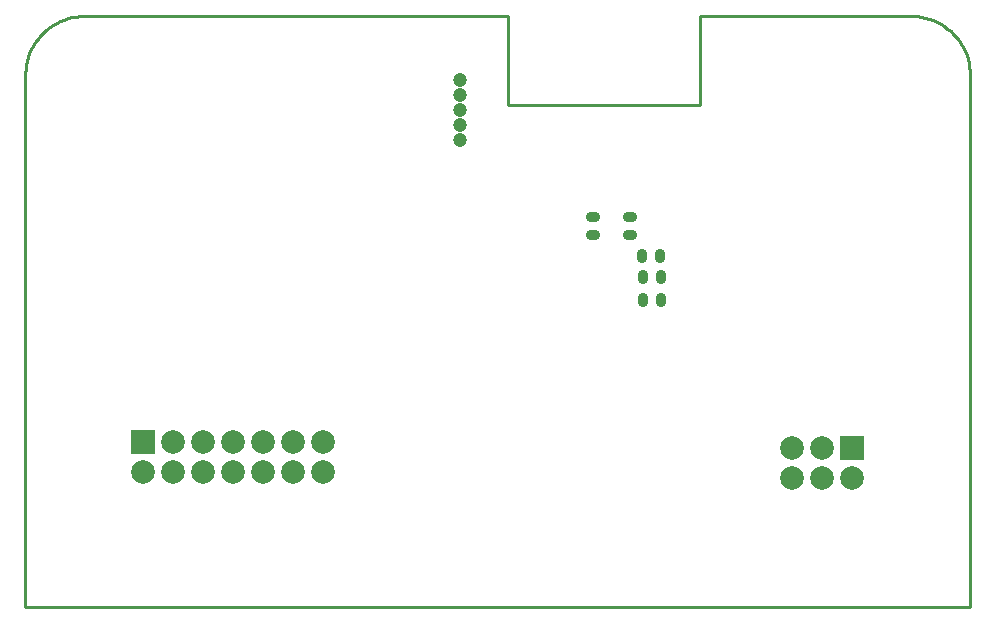
<source format=gbs>
%FSDAX24Y24*%
%MOIN*%
%SFA1B1*%

%IPPOS*%
%AMD28*
4,1,8,0.021700,-0.005900,0.021700,0.005900,0.011800,0.015800,-0.011800,0.015800,-0.021700,0.005900,-0.021700,-0.005900,-0.011800,-0.015800,0.011800,-0.015800,0.021700,-0.005900,0.0*
1,1,0.019800,0.011800,-0.005900*
1,1,0.019800,0.011800,0.005900*
1,1,0.019800,-0.011800,0.005900*
1,1,0.019800,-0.011800,-0.005900*
%
%AMD31*
4,1,8,-0.005900,-0.021700,0.005900,-0.021700,0.015800,-0.011800,0.015800,0.011800,0.005900,0.021700,-0.005900,0.021700,-0.015800,0.011800,-0.015800,-0.011800,-0.005900,-0.021700,0.0*
1,1,0.019800,-0.005900,-0.011800*
1,1,0.019800,0.005900,-0.011800*
1,1,0.019800,0.005900,0.011800*
1,1,0.019800,-0.005900,0.011800*
%
%ADD21C,0.010000*%
G04~CAMADD=28~8~0.0~0.0~316.0~434.0~99.0~0.0~15~0.0~0.0~0.0~0.0~0~0.0~0.0~0.0~0.0~0~0.0~0.0~0.0~270.0~434.0~316.0*
%ADD28D28*%
G04~CAMADD=31~8~0.0~0.0~316.0~434.0~99.0~0.0~15~0.0~0.0~0.0~0.0~0~0.0~0.0~0.0~0.0~0~0.0~0.0~0.0~180.0~316.0~434.0*
%ADD31D31*%
%ADD35C,0.078900*%
%ADD36R,0.078900X0.078900*%
%ADD37C,0.047400*%
%LNuppsense-1*%
%LPD*%
G54D21*
X039370Y037402D02*
D01*
X039365Y037539*
X039350Y037676*
X039326Y037811*
X039293Y037944*
X039251Y038075*
X039199Y038202*
X039139Y038326*
X039070Y038445*
X038993Y038559*
X038909Y038667*
X038817Y038769*
X038718Y038865*
X038613Y038953*
X038502Y039034*
X038385Y039107*
X038264Y039171*
X038138Y039227*
X038009Y039274*
X037877Y039312*
X037742Y039341*
X037606Y039360*
X037469Y039369*
X037402Y039370*
X009843D02*
D01*
X009705Y039365*
X009568Y039350*
X009433Y039326*
X009300Y039293*
X009169Y039251*
X009042Y039199*
X008918Y039139*
X008799Y039070*
X008685Y038993*
X008577Y038909*
X008475Y038817*
X008379Y038718*
X008291Y038613*
X008210Y038502*
X008137Y038385*
X008073Y038264*
X008017Y038138*
X007970Y038009*
X007932Y037877*
X007903Y037742*
X007884Y037606*
X007875Y037469*
X007874Y037402*
Y019685D02*
X039370D01*
X023976Y036417D02*
X030374D01*
X023976D02*
Y039370D01*
X030374Y036417D02*
Y039370D01*
X039370Y019685D02*
Y037402D01*
X030374Y039370D02*
X037402D01*
X007874Y019685D02*
Y037402D01*
X009843Y039370D02*
X023976D01*
G54D28*
X026811Y032677D03*
Y032087D03*
X028031Y032657D03*
Y032067D03*
G54D31*
X029055Y029921D03*
X028465D03*
X029055Y030669D03*
X028465D03*
X029035Y031378D03*
X028445D03*
G54D35*
X033433Y023972D03*
Y024972D03*
X034433Y023972D03*
Y024972D03*
X035433Y023972D03*
X017811Y025185D03*
Y024185D03*
X016811Y025185D03*
Y024185D03*
X011811D03*
X012811Y025185D03*
Y024185D03*
X013811Y025185D03*
Y024185D03*
X014811D03*
Y025185D03*
X015811Y024185D03*
Y025185D03*
G54D36*
X035433Y024972D03*
X011811Y025185D03*
G54D37*
X022362Y035248D03*
Y035748D03*
Y036248D03*
Y036748D03*
Y037248D03*
M02*
</source>
